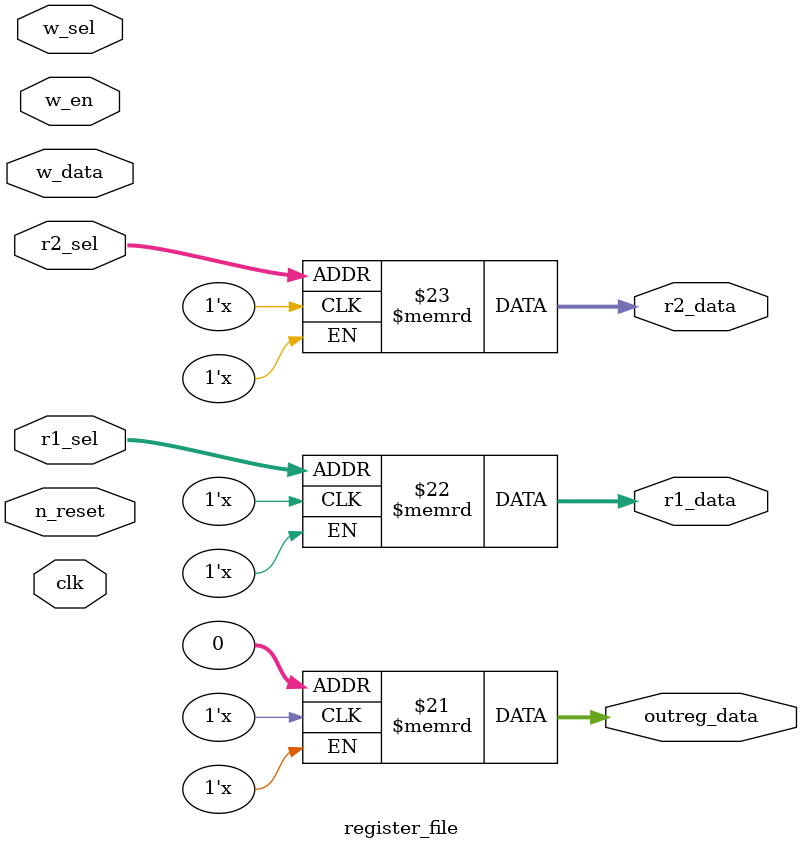
<source format=sv>

module register_file
#(
	parameter NUM_BITS = 17,
	parameter NUM_SEL_BITS = 4
)
(
	input  wire clk,
	input  wire n_reset,
	input  wire w_en,
	input  wire [(NUM_SEL_BITS - 1):0] r1_sel,
	input  wire [(NUM_SEL_BITS - 1):0] r2_sel,
	input  wire [(NUM_SEL_BITS - 1):0] w_sel,
	input  wire signed [(NUM_BITS - 1):0] w_data,
	output wire signed [(NUM_BITS - 1):0] r1_data,
	output wire signed [(NUM_BITS - 1):0] r2_data,
	output wire signed [(NUM_BITS - 1):0] outreg_data
);
	
	// Calculate local params
	localparam NUM_REGS = 2 ** NUM_SEL_BITS;


	// Declare the internal nets
	reg [(NUM_REGS - 1):0] write_enables;
	reg signed [(NUM_BITS - 1):0] regs_matrix [(NUM_REGS - 1):0];
	
	genvar i;
	
	// Decode the write enable values
	always_comb
	begin: decoding
		// Default value
		write_enables = '0;
		
		// Handle override case for selected dest reg w/ w_en
		if(1'b1 == w_en)
		begin // Writes enabled
			write_enables[w_sel] = 1'b1;
		end
	end
	
	// Handle the Register matrix
	generate
		for(i = 0; i < NUM_REGS; i++)
		begin : gen_matrix
			flex_sreg #(.NUM_BITS(NUM_BITS))
				REGX(
							.clk(clk),
							.n_reset(n_reset),
							.write_enable(write_enables[i]),
							.new_value(w_data),
							.current_value(regs_matrix[i])
						);
		end
	endgenerate
	
	// Handle output reg port
	assign outreg_data = regs_matrix[0];
	
	// Handle read output ports
	assign r1_data = regs_matrix[r1_sel];
	assign r2_data = regs_matrix[r2_sel];

endmodule

</source>
